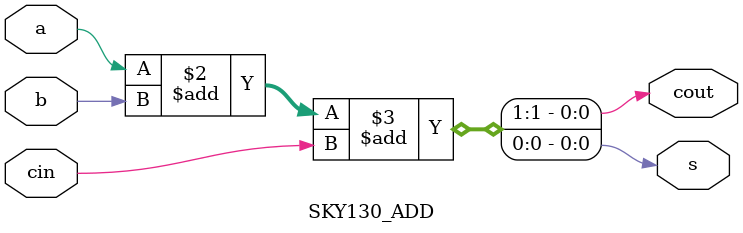
<source format=sv>
module SKY130_ADD(
	input logic
		a, b, cin,
	output logic
		s, cout
);

	// TODO: Add as macro so we can place
	always_comb {cout, s} = a + b + cin;

endmodule
</source>
